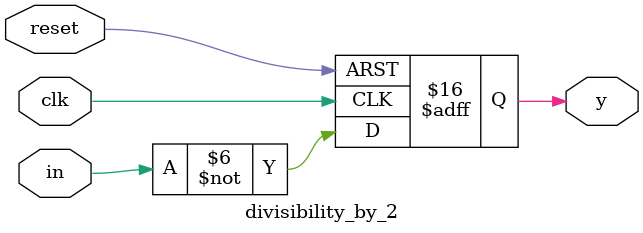
<source format=v>
`timescale 1ns / 1ps

module divisibility_by_2(input in, clk, reset, output reg y);
  reg next_state = 0;
  reg state = 0;
  
  parameter s0 = 1'b0, s1 = 1'b1;
  
  //present state block
  always @(posedge clk or posedge reset)
    begin
      if(reset)
      	state <= s0;
      else
        state <= next_state;
    end
  
  //next state and output block
  always @(*)
    begin 
      case(state)
        s0: next_state <= in ? s1 : s0;
        s1: next_state <= in ? s1 : s0;
        default: next_state <= s0;
      endcase
    end
  
  //output block
  always @(posedge clk or posedge reset)
    begin
      if(reset)
      	y <= 1'b0;
      else
        y <= (~in && (state == s0 || state == s1));
    end 
endmodule
</source>
